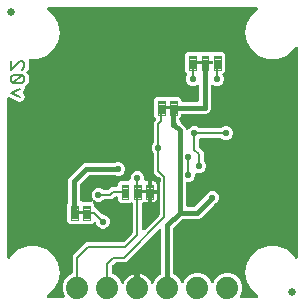
<source format=gbl>
G04 EAGLE Gerber RS-274X export*
G75*
%MOMM*%
%FSLAX34Y34*%
%LPD*%
%INBottom Copper*%
%IPPOS*%
%AMOC8*
5,1,8,0,0,1.08239X$1,22.5*%
G01*
%ADD10C,0.203200*%
%ADD11C,0.635000*%
%ADD12C,0.099059*%
%ADD13C,1.879600*%
%ADD14C,0.558800*%
%ADD15C,0.406400*%
%ADD16C,0.554000*%

G36*
X51754Y4071D02*
X51754Y4071D01*
X51804Y4069D01*
X51911Y4091D01*
X52021Y4105D01*
X52067Y4123D01*
X52115Y4133D01*
X52214Y4181D01*
X52316Y4222D01*
X52356Y4251D01*
X52401Y4273D01*
X52485Y4344D01*
X52574Y4408D01*
X52605Y4447D01*
X52643Y4479D01*
X52706Y4569D01*
X52776Y4653D01*
X52798Y4698D01*
X52826Y4739D01*
X52865Y4842D01*
X52912Y4941D01*
X52921Y4990D01*
X52939Y5036D01*
X52951Y5146D01*
X52972Y5253D01*
X52969Y5303D01*
X52974Y5352D01*
X52959Y5461D01*
X52952Y5571D01*
X52937Y5618D01*
X52930Y5667D01*
X52878Y5820D01*
X51053Y10224D01*
X51053Y15176D01*
X52948Y19750D01*
X56450Y23252D01*
X58652Y24164D01*
X58677Y24179D01*
X58705Y24188D01*
X58815Y24257D01*
X58928Y24322D01*
X58949Y24342D01*
X58974Y24358D01*
X59063Y24452D01*
X59156Y24543D01*
X59172Y24568D01*
X59192Y24590D01*
X59255Y24703D01*
X59323Y24814D01*
X59331Y24842D01*
X59346Y24868D01*
X59378Y24994D01*
X59416Y25118D01*
X59418Y25147D01*
X59425Y25176D01*
X59435Y25337D01*
X59435Y39784D01*
X70706Y51055D01*
X101931Y51055D01*
X102029Y51067D01*
X102128Y51070D01*
X102186Y51087D01*
X102246Y51095D01*
X102338Y51131D01*
X102433Y51159D01*
X102486Y51189D01*
X102542Y51212D01*
X102622Y51270D01*
X102707Y51320D01*
X102783Y51386D01*
X102799Y51398D01*
X102807Y51408D01*
X102828Y51426D01*
X109864Y58462D01*
X109924Y58540D01*
X109992Y58612D01*
X110021Y58665D01*
X110058Y58713D01*
X110098Y58804D01*
X110146Y58891D01*
X110161Y58949D01*
X110185Y59005D01*
X110200Y59103D01*
X110225Y59199D01*
X110231Y59299D01*
X110235Y59319D01*
X110233Y59331D01*
X110235Y59359D01*
X110235Y83592D01*
X110218Y83729D01*
X110205Y83868D01*
X110198Y83887D01*
X110195Y83907D01*
X110144Y84036D01*
X110097Y84167D01*
X110086Y84184D01*
X110078Y84203D01*
X109997Y84315D01*
X109919Y84430D01*
X109903Y84444D01*
X109892Y84460D01*
X109784Y84549D01*
X109680Y84641D01*
X109662Y84650D01*
X109647Y84663D01*
X109521Y84722D01*
X109397Y84785D01*
X109377Y84790D01*
X109359Y84799D01*
X109223Y84825D01*
X109087Y84855D01*
X109066Y84854D01*
X109047Y84858D01*
X108908Y84850D01*
X108769Y84845D01*
X108749Y84840D01*
X108729Y84839D01*
X108597Y84796D01*
X108463Y84757D01*
X108446Y84747D01*
X108427Y84741D01*
X108309Y84666D01*
X108189Y84595D01*
X108173Y84581D01*
X99611Y84581D01*
X97535Y86657D01*
X97535Y88646D01*
X97520Y88764D01*
X97513Y88883D01*
X97500Y88921D01*
X97495Y88962D01*
X97452Y89072D01*
X97415Y89185D01*
X97393Y89220D01*
X97378Y89257D01*
X97309Y89353D01*
X97245Y89454D01*
X97215Y89482D01*
X97192Y89515D01*
X97100Y89591D01*
X97013Y89672D01*
X96978Y89692D01*
X96947Y89717D01*
X96839Y89768D01*
X96735Y89826D01*
X96695Y89836D01*
X96659Y89853D01*
X96542Y89875D01*
X96427Y89905D01*
X96367Y89909D01*
X96347Y89913D01*
X96326Y89911D01*
X96266Y89915D01*
X96189Y89915D01*
X96091Y89903D01*
X95992Y89900D01*
X95934Y89883D01*
X95874Y89875D01*
X95782Y89839D01*
X95687Y89811D01*
X95635Y89781D01*
X95578Y89758D01*
X95498Y89700D01*
X95413Y89650D01*
X95337Y89584D01*
X95321Y89572D01*
X95313Y89562D01*
X95292Y89544D01*
X93124Y87375D01*
X86004Y87375D01*
X85906Y87363D01*
X85807Y87360D01*
X85748Y87343D01*
X85688Y87335D01*
X85596Y87299D01*
X85501Y87271D01*
X85449Y87241D01*
X85393Y87218D01*
X85313Y87160D01*
X85227Y87110D01*
X85152Y87044D01*
X85135Y87032D01*
X85128Y87022D01*
X85106Y87004D01*
X84590Y86487D01*
X82442Y85597D01*
X80118Y85597D01*
X78169Y86404D01*
X78102Y86423D01*
X78038Y86450D01*
X77949Y86465D01*
X77863Y86488D01*
X77793Y86489D01*
X77724Y86500D01*
X77635Y86492D01*
X77545Y86493D01*
X77477Y86477D01*
X77407Y86470D01*
X77323Y86440D01*
X77235Y86419D01*
X77174Y86386D01*
X77108Y86363D01*
X77034Y86312D01*
X76954Y86270D01*
X76903Y86223D01*
X76873Y86203D01*
X76925Y86313D01*
X76988Y86437D01*
X76993Y86457D01*
X77001Y86475D01*
X77027Y86611D01*
X77058Y86747D01*
X77057Y86768D01*
X77061Y86787D01*
X77052Y86926D01*
X77048Y87065D01*
X77042Y87085D01*
X77041Y87105D01*
X76998Y87237D01*
X76960Y87371D01*
X76949Y87388D01*
X76943Y87407D01*
X76869Y87525D01*
X76798Y87645D01*
X76779Y87666D01*
X76773Y87676D01*
X76758Y87690D01*
X76692Y87766D01*
X76327Y88130D01*
X75437Y90278D01*
X75437Y92602D01*
X76327Y94750D01*
X77970Y96393D01*
X80118Y97283D01*
X82442Y97283D01*
X84590Y96393D01*
X85106Y95876D01*
X85185Y95816D01*
X85257Y95748D01*
X85310Y95719D01*
X85358Y95682D01*
X85449Y95642D01*
X85535Y95594D01*
X85594Y95579D01*
X85650Y95555D01*
X85747Y95540D01*
X85843Y95515D01*
X85943Y95509D01*
X85964Y95505D01*
X85976Y95507D01*
X86004Y95505D01*
X89231Y95505D01*
X89329Y95517D01*
X89428Y95520D01*
X89486Y95537D01*
X89546Y95545D01*
X89638Y95581D01*
X89733Y95609D01*
X89785Y95639D01*
X89842Y95662D01*
X89922Y95720D01*
X90007Y95770D01*
X90083Y95836D01*
X90099Y95848D01*
X90107Y95858D01*
X90128Y95876D01*
X92296Y98045D01*
X96266Y98045D01*
X96384Y98060D01*
X96503Y98067D01*
X96541Y98080D01*
X96582Y98085D01*
X96692Y98128D01*
X96805Y98165D01*
X96840Y98187D01*
X96877Y98202D01*
X96973Y98271D01*
X97074Y98335D01*
X97102Y98365D01*
X97135Y98388D01*
X97211Y98480D01*
X97292Y98567D01*
X97312Y98602D01*
X97337Y98633D01*
X97388Y98741D01*
X97446Y98845D01*
X97456Y98885D01*
X97473Y98921D01*
X97495Y99038D01*
X97525Y99153D01*
X97529Y99213D01*
X97533Y99233D01*
X97531Y99254D01*
X97535Y99314D01*
X97535Y101303D01*
X99611Y103379D01*
X107188Y103379D01*
X107306Y103394D01*
X107425Y103401D01*
X107463Y103414D01*
X107504Y103419D01*
X107614Y103462D01*
X107727Y103499D01*
X107762Y103521D01*
X107799Y103536D01*
X107895Y103605D01*
X107996Y103669D01*
X108024Y103699D01*
X108057Y103722D01*
X108133Y103814D01*
X108214Y103901D01*
X108234Y103936D01*
X108259Y103967D01*
X108310Y104075D01*
X108368Y104179D01*
X108378Y104219D01*
X108395Y104255D01*
X108417Y104372D01*
X108447Y104487D01*
X108451Y104547D01*
X108455Y104567D01*
X108453Y104588D01*
X108457Y104648D01*
X108457Y106572D01*
X109347Y108720D01*
X110990Y110363D01*
X113138Y111253D01*
X115462Y111253D01*
X117610Y110363D01*
X119253Y108720D01*
X120143Y106572D01*
X120143Y104140D01*
X120158Y104022D01*
X120165Y103903D01*
X120178Y103865D01*
X120183Y103824D01*
X120226Y103714D01*
X120263Y103601D01*
X120285Y103566D01*
X120300Y103529D01*
X120369Y103433D01*
X120433Y103332D01*
X120463Y103304D01*
X120486Y103271D01*
X120578Y103195D01*
X120665Y103114D01*
X120700Y103094D01*
X120731Y103069D01*
X120839Y103018D01*
X120943Y102960D01*
X120983Y102950D01*
X121019Y102933D01*
X121136Y102911D01*
X121251Y102881D01*
X121311Y102877D01*
X121331Y102873D01*
X121352Y102875D01*
X121412Y102871D01*
X123064Y102871D01*
X123064Y98462D01*
X123076Y98364D01*
X123079Y98265D01*
X123096Y98206D01*
X123104Y98146D01*
X123140Y98054D01*
X123167Y97959D01*
X123198Y97907D01*
X123221Y97851D01*
X123279Y97771D01*
X123329Y97685D01*
X123395Y97610D01*
X123407Y97593D01*
X123417Y97585D01*
X123435Y97564D01*
X124198Y96802D01*
X124307Y96717D01*
X124414Y96628D01*
X124433Y96620D01*
X124449Y96607D01*
X124577Y96552D01*
X124702Y96493D01*
X124722Y96489D01*
X124741Y96481D01*
X124879Y96459D01*
X125015Y96433D01*
X125035Y96434D01*
X125055Y96431D01*
X125194Y96444D01*
X125332Y96453D01*
X125351Y96459D01*
X125371Y96461D01*
X125502Y96508D01*
X125634Y96551D01*
X125652Y96562D01*
X125671Y96569D01*
X125785Y96647D01*
X125903Y96721D01*
X125917Y96736D01*
X125934Y96747D01*
X126026Y96851D01*
X126121Y96953D01*
X126131Y96970D01*
X126144Y96986D01*
X126207Y97109D01*
X126275Y97231D01*
X126280Y97251D01*
X126289Y97269D01*
X126319Y97405D01*
X126354Y97539D01*
X126356Y97567D01*
X126359Y97579D01*
X126358Y97600D01*
X126364Y97700D01*
X126364Y102871D01*
X127920Y102871D01*
X128693Y102664D01*
X129385Y102264D01*
X129950Y101699D01*
X130350Y101007D01*
X130557Y100234D01*
X130557Y95630D01*
X125730Y95630D01*
X125612Y95615D01*
X125493Y95608D01*
X125455Y95595D01*
X125414Y95590D01*
X125304Y95547D01*
X125191Y95510D01*
X125156Y95488D01*
X125119Y95473D01*
X125023Y95404D01*
X124922Y95340D01*
X124894Y95310D01*
X124861Y95287D01*
X124785Y95195D01*
X124704Y95108D01*
X124684Y95073D01*
X124659Y95042D01*
X124608Y94934D01*
X124550Y94830D01*
X124540Y94790D01*
X124523Y94754D01*
X124501Y94637D01*
X124471Y94522D01*
X124467Y94462D01*
X124463Y94442D01*
X124465Y94421D01*
X124461Y94361D01*
X124461Y93599D01*
X124476Y93481D01*
X124483Y93362D01*
X124496Y93324D01*
X124501Y93283D01*
X124544Y93173D01*
X124581Y93060D01*
X124603Y93025D01*
X124618Y92988D01*
X124687Y92891D01*
X124751Y92791D01*
X124781Y92763D01*
X124804Y92730D01*
X124896Y92654D01*
X124983Y92573D01*
X125018Y92553D01*
X125049Y92528D01*
X125157Y92477D01*
X125261Y92419D01*
X125301Y92409D01*
X125337Y92392D01*
X125454Y92370D01*
X125569Y92340D01*
X125629Y92336D01*
X125649Y92332D01*
X125670Y92334D01*
X125730Y92330D01*
X130557Y92330D01*
X130557Y87726D01*
X130350Y86953D01*
X129950Y86261D01*
X129385Y85696D01*
X128693Y85296D01*
X127920Y85089D01*
X126364Y85089D01*
X126364Y90260D01*
X126347Y90398D01*
X126334Y90537D01*
X126327Y90556D01*
X126324Y90576D01*
X126273Y90705D01*
X126226Y90836D01*
X126215Y90853D01*
X126207Y90871D01*
X126126Y90984D01*
X126048Y91099D01*
X126032Y91112D01*
X126021Y91129D01*
X125913Y91218D01*
X125809Y91309D01*
X125791Y91319D01*
X125776Y91332D01*
X125650Y91391D01*
X125526Y91454D01*
X125506Y91458D01*
X125488Y91467D01*
X125351Y91493D01*
X125216Y91524D01*
X125195Y91523D01*
X125176Y91527D01*
X125037Y91518D01*
X124898Y91514D01*
X124878Y91508D01*
X124858Y91507D01*
X124726Y91464D01*
X124592Y91426D01*
X124575Y91415D01*
X124556Y91409D01*
X124438Y91335D01*
X124318Y91264D01*
X124297Y91245D01*
X124287Y91239D01*
X124273Y91224D01*
X124198Y91158D01*
X123435Y90396D01*
X123375Y90317D01*
X123307Y90245D01*
X123278Y90192D01*
X123241Y90144D01*
X123201Y90053D01*
X123153Y89967D01*
X123138Y89908D01*
X123114Y89852D01*
X123099Y89755D01*
X123074Y89659D01*
X123068Y89559D01*
X123064Y89538D01*
X123065Y89526D01*
X123064Y89498D01*
X123064Y85089D01*
X121508Y85089D01*
X120735Y85296D01*
X120662Y85338D01*
X120559Y85382D01*
X120459Y85433D01*
X120413Y85443D01*
X120369Y85462D01*
X120258Y85478D01*
X120148Y85503D01*
X120101Y85501D01*
X120054Y85508D01*
X119943Y85496D01*
X119830Y85493D01*
X119785Y85480D01*
X119738Y85475D01*
X119633Y85436D01*
X119525Y85405D01*
X119484Y85381D01*
X119440Y85364D01*
X119348Y85300D01*
X119251Y85243D01*
X119196Y85195D01*
X119179Y85183D01*
X119167Y85169D01*
X119130Y85137D01*
X118736Y84743D01*
X118676Y84665D01*
X118608Y84593D01*
X118579Y84540D01*
X118542Y84492D01*
X118502Y84401D01*
X118454Y84314D01*
X118439Y84256D01*
X118415Y84200D01*
X118400Y84102D01*
X118375Y84006D01*
X118369Y83906D01*
X118365Y83886D01*
X118367Y83874D01*
X118365Y83846D01*
X118365Y62407D01*
X118382Y62270D01*
X118386Y62225D01*
X118387Y62213D01*
X118388Y62212D01*
X118395Y62131D01*
X118402Y62112D01*
X118405Y62092D01*
X118456Y61963D01*
X118503Y61832D01*
X118514Y61815D01*
X118522Y61796D01*
X118603Y61684D01*
X118681Y61569D01*
X118697Y61555D01*
X118708Y61539D01*
X118816Y61450D01*
X118920Y61358D01*
X118938Y61349D01*
X118953Y61336D01*
X119079Y61277D01*
X119203Y61214D01*
X119223Y61209D01*
X119241Y61200D01*
X119377Y61174D01*
X119513Y61144D01*
X119534Y61144D01*
X119553Y61141D01*
X119692Y61149D01*
X119831Y61154D01*
X119851Y61159D01*
X119871Y61160D01*
X120003Y61203D01*
X120137Y61242D01*
X120154Y61252D01*
X120173Y61258D01*
X120291Y61333D01*
X120411Y61403D01*
X120432Y61422D01*
X120442Y61429D01*
X120456Y61444D01*
X120531Y61510D01*
X132724Y73702D01*
X132784Y73780D01*
X132852Y73852D01*
X132881Y73905D01*
X132918Y73953D01*
X132958Y74044D01*
X133006Y74131D01*
X133021Y74189D01*
X133045Y74245D01*
X133060Y74343D01*
X133085Y74439D01*
X133091Y74539D01*
X133095Y74559D01*
X133093Y74571D01*
X133095Y74599D01*
X133095Y104471D01*
X133083Y104569D01*
X133080Y104668D01*
X133063Y104726D01*
X133055Y104786D01*
X133019Y104878D01*
X132991Y104973D01*
X132961Y105025D01*
X132938Y105082D01*
X132880Y105162D01*
X132830Y105247D01*
X132764Y105323D01*
X132752Y105339D01*
X132742Y105347D01*
X132724Y105368D01*
X128015Y110076D01*
X128015Y126086D01*
X128003Y126184D01*
X128000Y126283D01*
X127983Y126342D01*
X127975Y126402D01*
X127939Y126494D01*
X127911Y126589D01*
X127881Y126641D01*
X127858Y126697D01*
X127800Y126777D01*
X127750Y126863D01*
X127684Y126938D01*
X127672Y126955D01*
X127662Y126962D01*
X127644Y126984D01*
X127127Y127500D01*
X126237Y129648D01*
X126237Y131972D01*
X127127Y134120D01*
X127644Y134636D01*
X127704Y134715D01*
X127772Y134787D01*
X127801Y134840D01*
X127838Y134888D01*
X127878Y134979D01*
X127926Y135065D01*
X127941Y135124D01*
X127965Y135180D01*
X127980Y135277D01*
X128005Y135373D01*
X128011Y135473D01*
X128015Y135494D01*
X128013Y135506D01*
X128015Y135534D01*
X128015Y152814D01*
X129663Y154461D01*
X129736Y154556D01*
X129815Y154645D01*
X129833Y154681D01*
X129858Y154713D01*
X129905Y154822D01*
X129959Y154928D01*
X129968Y154967D01*
X129984Y155005D01*
X130003Y155122D01*
X130029Y155238D01*
X130028Y155279D01*
X130034Y155319D01*
X130023Y155437D01*
X130019Y155556D01*
X130008Y155595D01*
X130004Y155635D01*
X129964Y155747D01*
X129931Y155862D01*
X129911Y155896D01*
X129897Y155935D01*
X129830Y156033D01*
X129769Y156136D01*
X129730Y156181D01*
X129718Y156198D01*
X129703Y156211D01*
X129663Y156256D01*
X128142Y157777D01*
X128142Y172423D01*
X130218Y174499D01*
X138768Y174499D01*
X138803Y174464D01*
X138897Y174391D01*
X138986Y174312D01*
X139022Y174294D01*
X139054Y174269D01*
X139163Y174222D01*
X139269Y174168D01*
X139309Y174159D01*
X139346Y174143D01*
X139463Y174124D01*
X139579Y174098D01*
X139620Y174099D01*
X139660Y174093D01*
X139779Y174104D01*
X139897Y174108D01*
X139936Y174119D01*
X139976Y174123D01*
X140088Y174163D01*
X140203Y174196D01*
X140238Y174217D01*
X140276Y174230D01*
X140374Y174297D01*
X140477Y174358D01*
X140522Y174397D01*
X140539Y174409D01*
X140552Y174424D01*
X140598Y174464D01*
X140632Y174499D01*
X149182Y174499D01*
X151258Y172423D01*
X151258Y171450D01*
X151273Y171332D01*
X151280Y171213D01*
X151293Y171175D01*
X151298Y171134D01*
X151341Y171024D01*
X151378Y170911D01*
X151400Y170876D01*
X151415Y170839D01*
X151484Y170743D01*
X151548Y170642D01*
X151578Y170614D01*
X151601Y170581D01*
X151693Y170505D01*
X151780Y170424D01*
X151815Y170404D01*
X151846Y170379D01*
X151954Y170328D01*
X152058Y170270D01*
X152098Y170260D01*
X152134Y170243D01*
X152251Y170221D01*
X152366Y170191D01*
X152426Y170187D01*
X152446Y170183D01*
X152467Y170185D01*
X152527Y170181D01*
X165100Y170181D01*
X165218Y170196D01*
X165337Y170203D01*
X165375Y170216D01*
X165416Y170221D01*
X165526Y170264D01*
X165639Y170301D01*
X165674Y170323D01*
X165711Y170338D01*
X165807Y170407D01*
X165908Y170471D01*
X165936Y170501D01*
X165969Y170524D01*
X166045Y170616D01*
X166126Y170703D01*
X166146Y170738D01*
X166171Y170769D01*
X166222Y170877D01*
X166280Y170981D01*
X166290Y171021D01*
X166307Y171057D01*
X166329Y171174D01*
X166359Y171289D01*
X166363Y171349D01*
X166367Y171369D01*
X166365Y171390D01*
X166369Y171450D01*
X166369Y183110D01*
X166363Y183160D01*
X166365Y183209D01*
X166343Y183317D01*
X166329Y183426D01*
X166311Y183472D01*
X166301Y183521D01*
X166253Y183619D01*
X166212Y183721D01*
X166183Y183762D01*
X166161Y183806D01*
X166090Y183890D01*
X166026Y183979D01*
X165987Y184010D01*
X165955Y184048D01*
X165865Y184111D01*
X165781Y184182D01*
X165736Y184203D01*
X165695Y184231D01*
X165592Y184270D01*
X165493Y184317D01*
X165444Y184326D01*
X165398Y184344D01*
X165288Y184356D01*
X165181Y184377D01*
X165131Y184374D01*
X165082Y184379D01*
X164973Y184364D01*
X164863Y184357D01*
X164816Y184342D01*
X164767Y184335D01*
X164614Y184283D01*
X162452Y183387D01*
X160128Y183387D01*
X157980Y184277D01*
X156337Y185920D01*
X155447Y188068D01*
X155447Y190392D01*
X156351Y192573D01*
X156355Y192579D01*
X156434Y192669D01*
X156452Y192705D01*
X156477Y192737D01*
X156525Y192846D01*
X156579Y192952D01*
X156588Y192991D01*
X156604Y193028D01*
X156622Y193146D01*
X156648Y193262D01*
X156647Y193302D01*
X156653Y193342D01*
X156642Y193461D01*
X156639Y193580D01*
X156627Y193619D01*
X156624Y193659D01*
X156583Y193771D01*
X156550Y193885D01*
X156530Y193920D01*
X156516Y193958D01*
X156449Y194057D01*
X156389Y194159D01*
X156349Y194205D01*
X156337Y194221D01*
X156322Y194235D01*
X156282Y194280D01*
X154685Y195877D01*
X154685Y210523D01*
X156761Y212599D01*
X165311Y212599D01*
X165345Y212564D01*
X165434Y212495D01*
X165466Y212465D01*
X165474Y212461D01*
X165529Y212412D01*
X165565Y212394D01*
X165597Y212369D01*
X165706Y212322D01*
X165812Y212268D01*
X165852Y212259D01*
X165889Y212243D01*
X166006Y212224D01*
X166122Y212198D01*
X166163Y212199D01*
X166203Y212193D01*
X166321Y212204D01*
X166440Y212208D01*
X166479Y212219D01*
X166519Y212223D01*
X166632Y212263D01*
X166746Y212296D01*
X166780Y212316D01*
X166819Y212330D01*
X166917Y212397D01*
X167020Y212458D01*
X167065Y212497D01*
X167082Y212509D01*
X167095Y212524D01*
X167140Y212564D01*
X167175Y212599D01*
X175725Y212599D01*
X175759Y212564D01*
X175848Y212495D01*
X175880Y212465D01*
X175888Y212461D01*
X175943Y212412D01*
X175979Y212394D01*
X176011Y212369D01*
X176120Y212322D01*
X176226Y212268D01*
X176266Y212259D01*
X176303Y212243D01*
X176420Y212224D01*
X176536Y212198D01*
X176577Y212199D01*
X176617Y212193D01*
X176735Y212204D01*
X176854Y212208D01*
X176893Y212219D01*
X176933Y212223D01*
X177046Y212263D01*
X177160Y212296D01*
X177194Y212316D01*
X177233Y212330D01*
X177331Y212397D01*
X177434Y212458D01*
X177479Y212497D01*
X177496Y212509D01*
X177509Y212524D01*
X177554Y212564D01*
X177589Y212599D01*
X186139Y212599D01*
X188215Y210523D01*
X188215Y195877D01*
X186618Y194280D01*
X186545Y194186D01*
X186466Y194097D01*
X186448Y194061D01*
X186423Y194029D01*
X186375Y193920D01*
X186321Y193814D01*
X186312Y193774D01*
X186296Y193737D01*
X186278Y193619D01*
X186252Y193503D01*
X186253Y193463D01*
X186247Y193423D01*
X186258Y193304D01*
X186261Y193186D01*
X186273Y193147D01*
X186276Y193106D01*
X186317Y192994D01*
X186350Y192880D01*
X186370Y192845D01*
X186384Y192807D01*
X186451Y192709D01*
X186511Y192606D01*
X186551Y192561D01*
X186560Y192548D01*
X187453Y190392D01*
X187453Y188068D01*
X186563Y185920D01*
X184920Y184277D01*
X182772Y183387D01*
X180448Y183387D01*
X178286Y184283D01*
X178238Y184296D01*
X178193Y184317D01*
X178085Y184338D01*
X177979Y184367D01*
X177929Y184368D01*
X177880Y184377D01*
X177771Y184370D01*
X177661Y184372D01*
X177613Y184360D01*
X177563Y184357D01*
X177459Y184323D01*
X177352Y184298D01*
X177308Y184274D01*
X177261Y184259D01*
X177168Y184200D01*
X177071Y184149D01*
X177034Y184116D01*
X176992Y184089D01*
X176917Y184009D01*
X176835Y183935D01*
X176808Y183894D01*
X176774Y183857D01*
X176721Y183761D01*
X176661Y183669D01*
X176644Y183622D01*
X176620Y183579D01*
X176593Y183473D01*
X176557Y183369D01*
X176553Y183319D01*
X176541Y183271D01*
X176531Y183110D01*
X176531Y164089D01*
X175757Y162222D01*
X174328Y160793D01*
X172461Y160019D01*
X152527Y160019D01*
X152409Y160004D01*
X152290Y159997D01*
X152252Y159984D01*
X152211Y159979D01*
X152101Y159936D01*
X151988Y159899D01*
X151953Y159877D01*
X151916Y159862D01*
X151820Y159793D01*
X151719Y159729D01*
X151691Y159699D01*
X151658Y159676D01*
X151582Y159584D01*
X151501Y159497D01*
X151481Y159462D01*
X151456Y159431D01*
X151405Y159323D01*
X151347Y159219D01*
X151337Y159179D01*
X151320Y159143D01*
X151298Y159026D01*
X151268Y158911D01*
X151264Y158851D01*
X151260Y158831D01*
X151262Y158810D01*
X151258Y158750D01*
X151258Y157777D01*
X150232Y156752D01*
X150172Y156674D01*
X150104Y156602D01*
X150075Y156549D01*
X150038Y156501D01*
X149998Y156410D01*
X149950Y156323D01*
X149935Y156265D01*
X149911Y156209D01*
X149896Y156111D01*
X149871Y156015D01*
X149865Y155915D01*
X149861Y155895D01*
X149863Y155883D01*
X149861Y155855D01*
X149861Y154838D01*
X149873Y154740D01*
X149876Y154641D01*
X149893Y154582D01*
X149901Y154522D01*
X149937Y154430D01*
X149965Y154335D01*
X149995Y154283D01*
X150018Y154227D01*
X150076Y154147D01*
X150126Y154061D01*
X150192Y153986D01*
X150204Y153969D01*
X150214Y153962D01*
X150232Y153940D01*
X150368Y153805D01*
X151034Y152198D01*
X151038Y152190D01*
X151041Y152181D01*
X151116Y152053D01*
X151191Y151922D01*
X151198Y151915D01*
X151202Y151907D01*
X151309Y151786D01*
X154421Y148674D01*
X155225Y146733D01*
X155294Y146612D01*
X155359Y146489D01*
X155373Y146474D01*
X155383Y146456D01*
X155480Y146356D01*
X155573Y146253D01*
X155590Y146242D01*
X155604Y146228D01*
X155722Y146155D01*
X155839Y146079D01*
X155858Y146072D01*
X155875Y146062D01*
X156008Y146021D01*
X156140Y145976D01*
X156160Y145974D01*
X156179Y145968D01*
X156319Y145961D01*
X156457Y145950D01*
X156477Y145954D01*
X156497Y145953D01*
X156634Y145981D01*
X156770Y146005D01*
X156788Y146013D01*
X156808Y146017D01*
X156934Y146078D01*
X157060Y146135D01*
X157076Y146148D01*
X157094Y146157D01*
X157200Y146247D01*
X157309Y146334D01*
X157321Y146350D01*
X157336Y146363D01*
X157416Y146477D01*
X157500Y146588D01*
X157512Y146613D01*
X157519Y146623D01*
X157526Y146642D01*
X157571Y146733D01*
X157607Y146820D01*
X159250Y148463D01*
X161398Y149353D01*
X163722Y149353D01*
X165870Y148463D01*
X166386Y147946D01*
X166465Y147886D01*
X166537Y147818D01*
X166590Y147789D01*
X166638Y147752D01*
X166729Y147712D01*
X166815Y147664D01*
X166874Y147649D01*
X166930Y147625D01*
X167027Y147610D01*
X167123Y147585D01*
X167223Y147579D01*
X167244Y147575D01*
X167256Y147577D01*
X167284Y147575D01*
X184506Y147575D01*
X184604Y147587D01*
X184703Y147590D01*
X184762Y147607D01*
X184822Y147615D01*
X184914Y147651D01*
X185009Y147679D01*
X185061Y147709D01*
X185117Y147732D01*
X185197Y147790D01*
X185283Y147840D01*
X185358Y147906D01*
X185375Y147918D01*
X185382Y147928D01*
X185404Y147946D01*
X185920Y148463D01*
X188068Y149353D01*
X190392Y149353D01*
X192540Y148463D01*
X194183Y146820D01*
X195073Y144672D01*
X195073Y142348D01*
X194183Y140200D01*
X192540Y138557D01*
X190392Y137667D01*
X188068Y137667D01*
X185920Y138557D01*
X185404Y139074D01*
X185325Y139134D01*
X185253Y139202D01*
X185200Y139231D01*
X185152Y139268D01*
X185061Y139308D01*
X184975Y139356D01*
X184916Y139371D01*
X184860Y139395D01*
X184763Y139410D01*
X184667Y139435D01*
X184567Y139441D01*
X184546Y139445D01*
X184534Y139443D01*
X184506Y139445D01*
X167894Y139445D01*
X167776Y139430D01*
X167657Y139423D01*
X167619Y139410D01*
X167578Y139405D01*
X167468Y139362D01*
X167355Y139325D01*
X167320Y139303D01*
X167283Y139288D01*
X167187Y139219D01*
X167086Y139155D01*
X167058Y139125D01*
X167025Y139102D01*
X166949Y139010D01*
X166868Y138923D01*
X166848Y138888D01*
X166823Y138857D01*
X166772Y138749D01*
X166714Y138645D01*
X166704Y138605D01*
X166687Y138569D01*
X166665Y138452D01*
X166635Y138337D01*
X166631Y138277D01*
X166627Y138257D01*
X166629Y138236D01*
X166625Y138176D01*
X166625Y131749D01*
X166637Y131651D01*
X166640Y131552D01*
X166657Y131494D01*
X166665Y131434D01*
X166701Y131342D01*
X166729Y131247D01*
X166759Y131194D01*
X166782Y131138D01*
X166840Y131058D01*
X166890Y130973D01*
X166956Y130897D01*
X166968Y130881D01*
X166978Y130873D01*
X166996Y130852D01*
X167682Y130166D01*
X170435Y127414D01*
X170435Y120294D01*
X170447Y120196D01*
X170450Y120097D01*
X170467Y120038D01*
X170475Y119978D01*
X170511Y119886D01*
X170539Y119791D01*
X170569Y119739D01*
X170592Y119683D01*
X170650Y119603D01*
X170700Y119517D01*
X170766Y119442D01*
X170778Y119425D01*
X170788Y119418D01*
X170806Y119396D01*
X171323Y118880D01*
X172213Y116732D01*
X172213Y114408D01*
X171323Y112260D01*
X169680Y110617D01*
X167532Y109727D01*
X165208Y109727D01*
X165078Y109781D01*
X165030Y109794D01*
X164985Y109815D01*
X164877Y109836D01*
X164771Y109865D01*
X164721Y109866D01*
X164672Y109875D01*
X164563Y109868D01*
X164453Y109870D01*
X164405Y109859D01*
X164355Y109855D01*
X164251Y109822D01*
X164144Y109796D01*
X164100Y109773D01*
X164053Y109757D01*
X163960Y109699D01*
X163863Y109647D01*
X163826Y109614D01*
X163784Y109587D01*
X163709Y109507D01*
X163627Y109433D01*
X163600Y109392D01*
X163566Y109356D01*
X163513Y109259D01*
X163453Y109168D01*
X163436Y109121D01*
X163412Y109077D01*
X163385Y108971D01*
X163349Y108867D01*
X163345Y108817D01*
X163333Y108769D01*
X163323Y108609D01*
X163323Y106788D01*
X162433Y104640D01*
X160790Y102997D01*
X158642Y102107D01*
X156464Y102107D01*
X156346Y102092D01*
X156227Y102085D01*
X156189Y102072D01*
X156148Y102067D01*
X156038Y102024D01*
X155925Y101987D01*
X155890Y101965D01*
X155853Y101950D01*
X155757Y101881D01*
X155656Y101817D01*
X155628Y101787D01*
X155595Y101764D01*
X155519Y101672D01*
X155438Y101585D01*
X155418Y101550D01*
X155393Y101519D01*
X155342Y101411D01*
X155284Y101307D01*
X155274Y101267D01*
X155257Y101231D01*
X155235Y101114D01*
X155205Y100999D01*
X155201Y100939D01*
X155197Y100919D01*
X155199Y100898D01*
X155195Y100838D01*
X155195Y82550D01*
X155210Y82432D01*
X155217Y82313D01*
X155230Y82275D01*
X155235Y82234D01*
X155278Y82124D01*
X155315Y82011D01*
X155337Y81976D01*
X155352Y81939D01*
X155421Y81843D01*
X155485Y81742D01*
X155515Y81714D01*
X155538Y81681D01*
X155630Y81605D01*
X155717Y81524D01*
X155752Y81504D01*
X155783Y81479D01*
X155891Y81428D01*
X155995Y81370D01*
X156035Y81360D01*
X156071Y81343D01*
X156188Y81321D01*
X156303Y81291D01*
X156363Y81287D01*
X156383Y81283D01*
X156404Y81285D01*
X156464Y81281D01*
X162470Y81281D01*
X162568Y81293D01*
X162667Y81296D01*
X162725Y81313D01*
X162785Y81321D01*
X162877Y81357D01*
X162972Y81385D01*
X163025Y81415D01*
X163081Y81438D01*
X163161Y81496D01*
X163246Y81546D01*
X163322Y81612D01*
X163338Y81624D01*
X163346Y81634D01*
X163367Y81652D01*
X171906Y90191D01*
X171912Y90199D01*
X171919Y90205D01*
X172009Y90324D01*
X172101Y90443D01*
X172105Y90451D01*
X172110Y90459D01*
X172181Y90603D01*
X172847Y92210D01*
X174490Y93853D01*
X176638Y94743D01*
X178962Y94743D01*
X181110Y93853D01*
X182753Y92210D01*
X183643Y90062D01*
X183643Y87738D01*
X182753Y85590D01*
X181110Y83947D01*
X179503Y83281D01*
X179495Y83277D01*
X179486Y83274D01*
X179358Y83199D01*
X179227Y83124D01*
X179220Y83117D01*
X179212Y83113D01*
X179091Y83006D01*
X169586Y73501D01*
X167978Y71893D01*
X166111Y71119D01*
X152744Y71119D01*
X152646Y71107D01*
X152547Y71104D01*
X152489Y71087D01*
X152429Y71079D01*
X152337Y71043D01*
X152242Y71015D01*
X152189Y70985D01*
X152133Y70962D01*
X152053Y70904D01*
X151968Y70854D01*
X151892Y70788D01*
X151876Y70776D01*
X151868Y70766D01*
X151847Y70748D01*
X145152Y64053D01*
X145092Y63975D01*
X145024Y63903D01*
X144995Y63850D01*
X144958Y63802D01*
X144918Y63711D01*
X144870Y63624D01*
X144855Y63566D01*
X144831Y63510D01*
X144816Y63412D01*
X144791Y63316D01*
X144785Y63216D01*
X144781Y63196D01*
X144783Y63184D01*
X144781Y63156D01*
X144781Y24916D01*
X144784Y24887D01*
X144782Y24857D01*
X144804Y24729D01*
X144821Y24600D01*
X144831Y24573D01*
X144836Y24544D01*
X144890Y24425D01*
X144938Y24305D01*
X144955Y24281D01*
X144967Y24254D01*
X145048Y24152D01*
X145124Y24047D01*
X145147Y24028D01*
X145166Y24005D01*
X145269Y23927D01*
X145369Y23844D01*
X145396Y23832D01*
X145420Y23814D01*
X145564Y23743D01*
X146750Y23252D01*
X150252Y19750D01*
X151227Y17395D01*
X151296Y17275D01*
X151361Y17152D01*
X151375Y17137D01*
X151385Y17119D01*
X151482Y17019D01*
X151575Y16916D01*
X151592Y16905D01*
X151606Y16891D01*
X151725Y16818D01*
X151841Y16742D01*
X151860Y16735D01*
X151877Y16724D01*
X152010Y16683D01*
X152142Y16638D01*
X152162Y16637D01*
X152181Y16631D01*
X152320Y16624D01*
X152459Y16613D01*
X152479Y16617D01*
X152499Y16616D01*
X152635Y16644D01*
X152772Y16668D01*
X152791Y16676D01*
X152810Y16680D01*
X152936Y16741D01*
X153062Y16798D01*
X153078Y16811D01*
X153096Y16820D01*
X153202Y16910D01*
X153310Y16997D01*
X153323Y17013D01*
X153338Y17026D01*
X153418Y17140D01*
X153502Y17251D01*
X153514Y17276D01*
X153521Y17286D01*
X153528Y17305D01*
X153573Y17395D01*
X154548Y19751D01*
X158050Y23252D01*
X162624Y25147D01*
X167576Y25147D01*
X172150Y23252D01*
X175652Y19750D01*
X176627Y17395D01*
X176696Y17275D01*
X176761Y17152D01*
X176775Y17137D01*
X176785Y17119D01*
X176882Y17019D01*
X176975Y16916D01*
X176992Y16905D01*
X177006Y16891D01*
X177125Y16818D01*
X177241Y16742D01*
X177260Y16735D01*
X177277Y16724D01*
X177410Y16683D01*
X177542Y16638D01*
X177562Y16637D01*
X177581Y16631D01*
X177720Y16624D01*
X177859Y16613D01*
X177879Y16617D01*
X177899Y16616D01*
X178035Y16644D01*
X178172Y16668D01*
X178191Y16676D01*
X178210Y16680D01*
X178336Y16741D01*
X178462Y16798D01*
X178478Y16811D01*
X178496Y16820D01*
X178602Y16910D01*
X178710Y16997D01*
X178723Y17013D01*
X178738Y17026D01*
X178818Y17140D01*
X178902Y17251D01*
X178914Y17276D01*
X178921Y17286D01*
X178928Y17305D01*
X178973Y17395D01*
X179948Y19751D01*
X183450Y23252D01*
X188024Y25147D01*
X192976Y25147D01*
X197550Y23252D01*
X201052Y19750D01*
X202947Y15176D01*
X202947Y10224D01*
X201122Y5820D01*
X201109Y5772D01*
X201088Y5727D01*
X201067Y5619D01*
X201038Y5513D01*
X201038Y5463D01*
X201028Y5414D01*
X201035Y5305D01*
X201033Y5195D01*
X201045Y5147D01*
X201048Y5097D01*
X201082Y4993D01*
X201107Y4886D01*
X201131Y4842D01*
X201146Y4795D01*
X201205Y4702D01*
X201256Y4605D01*
X201290Y4568D01*
X201316Y4526D01*
X201396Y4451D01*
X201470Y4369D01*
X201512Y4342D01*
X201548Y4308D01*
X201644Y4255D01*
X201736Y4195D01*
X201783Y4178D01*
X201826Y4154D01*
X201933Y4127D01*
X202037Y4091D01*
X202086Y4087D01*
X202134Y4075D01*
X202295Y4065D01*
X215369Y4065D01*
X215405Y4069D01*
X215440Y4067D01*
X215562Y4089D01*
X215685Y4105D01*
X215718Y4118D01*
X215753Y4124D01*
X215865Y4176D01*
X215981Y4222D01*
X216009Y4242D01*
X216041Y4257D01*
X216138Y4336D01*
X216238Y4408D01*
X216261Y4436D01*
X216288Y4458D01*
X216361Y4558D01*
X216441Y4653D01*
X216456Y4685D01*
X216477Y4714D01*
X216523Y4829D01*
X216576Y4941D01*
X216583Y4976D01*
X216596Y5009D01*
X216613Y5132D01*
X216636Y5253D01*
X216634Y5289D01*
X216639Y5324D01*
X216624Y5447D01*
X216616Y5571D01*
X216605Y5605D01*
X216601Y5640D01*
X216556Y5756D01*
X216518Y5873D01*
X216499Y5903D01*
X216487Y5936D01*
X216414Y6037D01*
X216348Y6142D01*
X216322Y6166D01*
X216302Y6195D01*
X216185Y6306D01*
X211015Y10644D01*
X207029Y17549D01*
X205645Y25400D01*
X207029Y33251D01*
X211015Y40155D01*
X217122Y45280D01*
X224614Y48007D01*
X232586Y48007D01*
X240078Y45280D01*
X246185Y40156D01*
X247567Y37762D01*
X247655Y37646D01*
X247740Y37528D01*
X247751Y37519D01*
X247759Y37509D01*
X247873Y37418D01*
X247985Y37325D01*
X247998Y37319D01*
X248008Y37311D01*
X248142Y37251D01*
X248273Y37190D01*
X248286Y37187D01*
X248299Y37182D01*
X248443Y37157D01*
X248586Y37130D01*
X248599Y37131D01*
X248612Y37128D01*
X248758Y37141D01*
X248903Y37150D01*
X248916Y37154D01*
X248929Y37155D01*
X249067Y37203D01*
X249205Y37248D01*
X249217Y37255D01*
X249230Y37259D01*
X249351Y37340D01*
X249474Y37418D01*
X249483Y37428D01*
X249495Y37435D01*
X249592Y37543D01*
X249692Y37649D01*
X249699Y37661D01*
X249708Y37671D01*
X249775Y37801D01*
X249846Y37928D01*
X249849Y37941D01*
X249855Y37953D01*
X249889Y38095D01*
X249925Y38236D01*
X249926Y38254D01*
X249928Y38263D01*
X249928Y38280D01*
X249935Y38397D01*
X249935Y215603D01*
X249917Y215748D01*
X249902Y215893D01*
X249897Y215906D01*
X249895Y215919D01*
X249842Y216054D01*
X249791Y216191D01*
X249783Y216202D01*
X249778Y216215D01*
X249693Y216332D01*
X249610Y216452D01*
X249599Y216461D01*
X249592Y216472D01*
X249480Y216565D01*
X249369Y216660D01*
X249357Y216666D01*
X249347Y216675D01*
X249215Y216737D01*
X249084Y216802D01*
X249071Y216805D01*
X249059Y216810D01*
X248917Y216838D01*
X248773Y216868D01*
X248760Y216868D01*
X248747Y216870D01*
X248602Y216861D01*
X248456Y216855D01*
X248442Y216851D01*
X248429Y216850D01*
X248291Y216806D01*
X248151Y216763D01*
X248139Y216756D01*
X248127Y216752D01*
X248004Y216675D01*
X247879Y216599D01*
X247869Y216589D01*
X247858Y216582D01*
X247758Y216476D01*
X247656Y216372D01*
X247646Y216357D01*
X247640Y216351D01*
X247632Y216336D01*
X247567Y216238D01*
X246185Y213845D01*
X240078Y208720D01*
X232586Y205993D01*
X224614Y205993D01*
X217122Y208720D01*
X211015Y213844D01*
X207029Y220749D01*
X205645Y228600D01*
X207029Y236451D01*
X211015Y243355D01*
X216185Y247694D01*
X216209Y247720D01*
X216238Y247740D01*
X216317Y247836D01*
X216401Y247927D01*
X216418Y247958D01*
X216441Y247985D01*
X216494Y248098D01*
X216553Y248207D01*
X216561Y248241D01*
X216576Y248273D01*
X216599Y248395D01*
X216630Y248515D01*
X216629Y248551D01*
X216636Y248586D01*
X216628Y248709D01*
X216627Y248833D01*
X216618Y248868D01*
X216616Y248903D01*
X216578Y249021D01*
X216546Y249141D01*
X216529Y249172D01*
X216518Y249205D01*
X216452Y249310D01*
X216391Y249419D01*
X216367Y249444D01*
X216348Y249474D01*
X216258Y249559D01*
X216172Y249649D01*
X216142Y249668D01*
X216116Y249692D01*
X216008Y249752D01*
X215903Y249818D01*
X215869Y249829D01*
X215838Y249846D01*
X215718Y249877D01*
X215600Y249914D01*
X215564Y249916D01*
X215530Y249925D01*
X215369Y249935D01*
X38631Y249935D01*
X38595Y249931D01*
X38560Y249933D01*
X38438Y249911D01*
X38315Y249895D01*
X38282Y249882D01*
X38247Y249876D01*
X38135Y249824D01*
X38019Y249778D01*
X37991Y249758D01*
X37959Y249743D01*
X37862Y249664D01*
X37762Y249592D01*
X37739Y249564D01*
X37712Y249542D01*
X37639Y249442D01*
X37559Y249347D01*
X37544Y249315D01*
X37523Y249286D01*
X37477Y249171D01*
X37424Y249059D01*
X37417Y249024D01*
X37404Y248991D01*
X37387Y248868D01*
X37364Y248747D01*
X37366Y248711D01*
X37361Y248676D01*
X37376Y248553D01*
X37384Y248429D01*
X37395Y248395D01*
X37399Y248360D01*
X37444Y248244D01*
X37482Y248127D01*
X37501Y248097D01*
X37513Y248064D01*
X37586Y247963D01*
X37652Y247858D01*
X37678Y247834D01*
X37698Y247805D01*
X37815Y247694D01*
X42985Y243356D01*
X46971Y236451D01*
X48355Y228600D01*
X46971Y220749D01*
X42985Y213845D01*
X36878Y208720D01*
X29386Y205993D01*
X23377Y205993D01*
X23259Y205978D01*
X23140Y205971D01*
X23102Y205958D01*
X23062Y205953D01*
X22951Y205910D01*
X22838Y205873D01*
X22803Y205851D01*
X22766Y205836D01*
X22670Y205767D01*
X22569Y205703D01*
X22541Y205673D01*
X22509Y205650D01*
X22433Y205558D01*
X22351Y205471D01*
X22332Y205436D01*
X22306Y205405D01*
X22255Y205297D01*
X22198Y205193D01*
X22187Y205153D01*
X22170Y205117D01*
X22148Y205000D01*
X22118Y204885D01*
X22114Y204825D01*
X22110Y204805D01*
X22112Y204784D01*
X22108Y204724D01*
X22108Y201352D01*
X22108Y200493D01*
X22108Y200492D01*
X22108Y197459D01*
X20622Y195972D01*
X20548Y195878D01*
X20470Y195789D01*
X20451Y195753D01*
X20427Y195721D01*
X20379Y195612D01*
X20325Y195506D01*
X20316Y195467D01*
X20300Y195429D01*
X20282Y195311D01*
X20256Y195196D01*
X20257Y195155D01*
X20250Y195115D01*
X20262Y194997D01*
X20265Y194878D01*
X20276Y194839D01*
X20280Y194799D01*
X20321Y194687D01*
X20354Y194572D01*
X20374Y194537D01*
X20388Y194499D01*
X20455Y194401D01*
X20515Y194298D01*
X20555Y194253D01*
X20566Y194236D01*
X20582Y194223D01*
X20622Y194177D01*
X22108Y192691D01*
X22108Y189658D01*
X22108Y189251D01*
X22108Y188799D01*
X22108Y188798D01*
X22108Y185765D01*
X19355Y183012D01*
X19145Y182802D01*
X19099Y182743D01*
X19046Y182690D01*
X19002Y182618D01*
X18950Y182550D01*
X18920Y182482D01*
X18882Y182418D01*
X18857Y182337D01*
X18823Y182259D01*
X18812Y182185D01*
X18790Y182113D01*
X18787Y182028D01*
X18774Y181944D01*
X18780Y181870D01*
X18777Y181796D01*
X18795Y181712D01*
X18803Y181628D01*
X18828Y181558D01*
X18844Y181485D01*
X18875Y181412D01*
X17716Y177935D01*
X17714Y177926D01*
X17711Y177918D01*
X17684Y177772D01*
X17654Y177623D01*
X17655Y177614D01*
X17653Y177606D01*
X17663Y177456D01*
X17672Y177306D01*
X17674Y177297D01*
X17675Y177288D01*
X17716Y177133D01*
X18873Y173663D01*
X17367Y170651D01*
X14172Y169586D01*
X5902Y173722D01*
X5812Y173753D01*
X5727Y173793D01*
X5663Y173806D01*
X5602Y173827D01*
X5507Y173835D01*
X5414Y173853D01*
X5350Y173849D01*
X5285Y173855D01*
X5191Y173839D01*
X5097Y173833D01*
X5035Y173813D01*
X4971Y173803D01*
X4884Y173765D01*
X4795Y173735D01*
X4740Y173701D01*
X4680Y173674D01*
X4606Y173616D01*
X4526Y173565D01*
X4481Y173518D01*
X4430Y173478D01*
X4373Y173403D01*
X4308Y173334D01*
X4277Y173277D01*
X4237Y173225D01*
X4200Y173138D01*
X4154Y173055D01*
X4138Y172992D01*
X4113Y172932D01*
X4099Y172839D01*
X4075Y172747D01*
X4068Y172636D01*
X4065Y172618D01*
X4066Y172608D01*
X4065Y172586D01*
X4065Y38397D01*
X4083Y38252D01*
X4098Y38107D01*
X4103Y38094D01*
X4105Y38081D01*
X4158Y37946D01*
X4209Y37809D01*
X4217Y37798D01*
X4222Y37785D01*
X4307Y37668D01*
X4390Y37548D01*
X4401Y37539D01*
X4408Y37528D01*
X4521Y37435D01*
X4631Y37340D01*
X4643Y37334D01*
X4653Y37325D01*
X4785Y37263D01*
X4916Y37198D01*
X4929Y37195D01*
X4941Y37190D01*
X5083Y37162D01*
X5227Y37132D01*
X5240Y37132D01*
X5253Y37130D01*
X5398Y37139D01*
X5544Y37145D01*
X5558Y37149D01*
X5571Y37150D01*
X5709Y37194D01*
X5849Y37237D01*
X5861Y37244D01*
X5873Y37248D01*
X5996Y37325D01*
X6121Y37401D01*
X6131Y37411D01*
X6142Y37418D01*
X6242Y37524D01*
X6344Y37628D01*
X6354Y37643D01*
X6360Y37649D01*
X6368Y37664D01*
X6433Y37762D01*
X7815Y40155D01*
X13922Y45280D01*
X21414Y48007D01*
X29386Y48007D01*
X36878Y45280D01*
X42985Y40156D01*
X46971Y33251D01*
X48355Y25400D01*
X46971Y17549D01*
X42985Y10645D01*
X37815Y6306D01*
X37791Y6280D01*
X37762Y6260D01*
X37683Y6164D01*
X37599Y6073D01*
X37582Y6042D01*
X37559Y6015D01*
X37506Y5902D01*
X37447Y5793D01*
X37439Y5759D01*
X37424Y5727D01*
X37401Y5605D01*
X37370Y5485D01*
X37371Y5449D01*
X37364Y5414D01*
X37372Y5291D01*
X37373Y5167D01*
X37382Y5132D01*
X37384Y5097D01*
X37422Y4979D01*
X37454Y4859D01*
X37471Y4828D01*
X37482Y4795D01*
X37548Y4690D01*
X37609Y4581D01*
X37633Y4556D01*
X37652Y4526D01*
X37742Y4441D01*
X37828Y4351D01*
X37858Y4332D01*
X37884Y4308D01*
X37992Y4248D01*
X38097Y4182D01*
X38131Y4171D01*
X38162Y4154D01*
X38282Y4123D01*
X38400Y4086D01*
X38436Y4084D01*
X38470Y4075D01*
X38631Y4065D01*
X51705Y4065D01*
X51754Y4071D01*
G37*
%LPC*%
G36*
X83928Y62737D02*
X83928Y62737D01*
X81780Y63627D01*
X80137Y65270D01*
X79247Y67418D01*
X79247Y67463D01*
X79230Y67600D01*
X79217Y67739D01*
X79210Y67758D01*
X79207Y67778D01*
X79156Y67907D01*
X79109Y68038D01*
X79098Y68055D01*
X79090Y68074D01*
X79009Y68186D01*
X78931Y68301D01*
X78915Y68315D01*
X78904Y68331D01*
X78796Y68420D01*
X78692Y68512D01*
X78674Y68521D01*
X78659Y68534D01*
X78533Y68593D01*
X78409Y68656D01*
X78389Y68661D01*
X78371Y68670D01*
X78234Y68696D01*
X78099Y68726D01*
X78078Y68725D01*
X78059Y68729D01*
X77920Y68721D01*
X77781Y68716D01*
X77761Y68711D01*
X77741Y68710D01*
X77609Y68667D01*
X77475Y68628D01*
X77458Y68618D01*
X77439Y68612D01*
X77321Y68537D01*
X77201Y68466D01*
X77180Y68448D01*
X77170Y68441D01*
X77156Y68426D01*
X77081Y68360D01*
X75522Y66801D01*
X66972Y66801D01*
X66938Y66836D01*
X66843Y66909D01*
X66754Y66988D01*
X66718Y67006D01*
X66686Y67031D01*
X66577Y67078D01*
X66471Y67132D01*
X66431Y67141D01*
X66394Y67157D01*
X66277Y67176D01*
X66161Y67202D01*
X66120Y67201D01*
X66080Y67207D01*
X65962Y67196D01*
X65843Y67192D01*
X65804Y67181D01*
X65764Y67177D01*
X65651Y67137D01*
X65537Y67104D01*
X65503Y67084D01*
X65464Y67070D01*
X65366Y67003D01*
X65263Y66942D01*
X65218Y66903D01*
X65201Y66891D01*
X65188Y66876D01*
X65143Y66836D01*
X65108Y66801D01*
X56558Y66801D01*
X54482Y68877D01*
X54482Y83523D01*
X55380Y84421D01*
X55441Y84499D01*
X55509Y84571D01*
X55538Y84624D01*
X55575Y84672D01*
X55615Y84763D01*
X55663Y84850D01*
X55678Y84908D01*
X55702Y84964D01*
X55717Y85062D01*
X55742Y85158D01*
X55748Y85258D01*
X55752Y85278D01*
X55750Y85290D01*
X55752Y85318D01*
X55752Y103754D01*
X56526Y105621D01*
X68242Y117337D01*
X70109Y118111D01*
X94536Y118111D01*
X94545Y118112D01*
X94554Y118111D01*
X94703Y118132D01*
X94851Y118151D01*
X94860Y118154D01*
X94869Y118155D01*
X95021Y118207D01*
X96628Y118873D01*
X98952Y118873D01*
X101100Y117983D01*
X102743Y116340D01*
X103633Y114192D01*
X103633Y111868D01*
X102743Y109720D01*
X101100Y108077D01*
X98952Y107187D01*
X96628Y107187D01*
X95021Y107853D01*
X95012Y107855D01*
X95004Y107860D01*
X94859Y107897D01*
X94715Y107937D01*
X94705Y107937D01*
X94696Y107939D01*
X94536Y107949D01*
X73750Y107949D01*
X73652Y107937D01*
X73553Y107934D01*
X73495Y107917D01*
X73435Y107909D01*
X73343Y107873D01*
X73248Y107845D01*
X73195Y107815D01*
X73139Y107792D01*
X73059Y107734D01*
X72974Y107684D01*
X72898Y107618D01*
X72882Y107606D01*
X72874Y107596D01*
X72853Y107578D01*
X66285Y101010D01*
X66225Y100932D01*
X66157Y100860D01*
X66128Y100807D01*
X66091Y100759D01*
X66051Y100668D01*
X66003Y100581D01*
X65988Y100523D01*
X65964Y100467D01*
X65949Y100369D01*
X65924Y100273D01*
X65918Y100173D01*
X65914Y100153D01*
X65916Y100141D01*
X65914Y100113D01*
X65914Y86868D01*
X65929Y86750D01*
X65936Y86631D01*
X65949Y86593D01*
X65954Y86552D01*
X65997Y86442D01*
X66034Y86329D01*
X66056Y86294D01*
X66071Y86257D01*
X66140Y86161D01*
X66204Y86060D01*
X66234Y86032D01*
X66257Y85999D01*
X66349Y85923D01*
X66436Y85842D01*
X66471Y85822D01*
X66502Y85797D01*
X66610Y85746D01*
X66714Y85688D01*
X66754Y85678D01*
X66790Y85661D01*
X66907Y85639D01*
X67022Y85609D01*
X67082Y85605D01*
X67102Y85601D01*
X67123Y85603D01*
X67183Y85599D01*
X75794Y85599D01*
X75932Y85616D01*
X76071Y85629D01*
X76090Y85636D01*
X76110Y85639D01*
X76239Y85690D01*
X76370Y85737D01*
X76387Y85748D01*
X76405Y85756D01*
X76518Y85837D01*
X76612Y85901D01*
X76594Y85866D01*
X76544Y85791D01*
X76522Y85725D01*
X76490Y85663D01*
X76470Y85575D01*
X76441Y85490D01*
X76436Y85420D01*
X76420Y85352D01*
X76423Y85263D01*
X76416Y85173D01*
X76428Y85104D01*
X76430Y85034D01*
X76455Y84948D01*
X76470Y84860D01*
X76499Y84796D01*
X76518Y84729D01*
X76564Y84651D01*
X76601Y84570D01*
X76644Y84515D01*
X76680Y84455D01*
X76786Y84334D01*
X77598Y83523D01*
X77598Y81534D01*
X77613Y81416D01*
X77620Y81297D01*
X77633Y81259D01*
X77638Y81218D01*
X77681Y81108D01*
X77718Y80995D01*
X77740Y80960D01*
X77755Y80923D01*
X77824Y80827D01*
X77888Y80726D01*
X77918Y80698D01*
X77941Y80665D01*
X78033Y80589D01*
X78120Y80508D01*
X78155Y80488D01*
X78186Y80463D01*
X78294Y80412D01*
X78398Y80354D01*
X78438Y80344D01*
X78474Y80327D01*
X78591Y80305D01*
X78706Y80275D01*
X78766Y80271D01*
X78786Y80267D01*
X78807Y80269D01*
X78867Y80265D01*
X79154Y80265D01*
X84624Y74794D01*
X84702Y74734D01*
X84774Y74666D01*
X84827Y74637D01*
X84875Y74600D01*
X84966Y74560D01*
X85053Y74512D01*
X85111Y74497D01*
X85167Y74473D01*
X85265Y74458D01*
X85361Y74433D01*
X85461Y74427D01*
X85481Y74423D01*
X85493Y74425D01*
X85521Y74423D01*
X86252Y74423D01*
X88400Y73533D01*
X90043Y71890D01*
X90933Y69742D01*
X90933Y67418D01*
X90043Y65270D01*
X88400Y63627D01*
X86252Y62737D01*
X83928Y62737D01*
G37*
%LPD*%
G36*
X115688Y12716D02*
X115688Y12716D01*
X115807Y12723D01*
X115845Y12736D01*
X115885Y12741D01*
X115996Y12785D01*
X116109Y12821D01*
X116144Y12843D01*
X116181Y12858D01*
X116277Y12928D01*
X116378Y12991D01*
X116406Y13021D01*
X116439Y13045D01*
X116514Y13136D01*
X116596Y13223D01*
X116616Y13258D01*
X116641Y13290D01*
X116692Y13397D01*
X116750Y13502D01*
X116760Y13541D01*
X116777Y13577D01*
X116799Y13694D01*
X116829Y13809D01*
X116833Y13870D01*
X116837Y13890D01*
X116835Y13910D01*
X116839Y13970D01*
X116839Y24385D01*
X117096Y24345D01*
X118883Y23764D01*
X120557Y22911D01*
X122078Y21806D01*
X123406Y20478D01*
X124511Y18957D01*
X125364Y17283D01*
X125515Y16818D01*
X125528Y16791D01*
X125535Y16762D01*
X125595Y16648D01*
X125650Y16530D01*
X125669Y16507D01*
X125683Y16481D01*
X125770Y16385D01*
X125853Y16285D01*
X125877Y16268D01*
X125897Y16246D01*
X126006Y16174D01*
X126110Y16098D01*
X126138Y16087D01*
X126163Y16071D01*
X126286Y16029D01*
X126406Y15981D01*
X126436Y15977D01*
X126464Y15968D01*
X126593Y15957D01*
X126721Y15941D01*
X126751Y15945D01*
X126781Y15942D01*
X126909Y15965D01*
X127037Y15981D01*
X127065Y15992D01*
X127094Y15997D01*
X127212Y16050D01*
X127333Y16098D01*
X127357Y16115D01*
X127384Y16127D01*
X127485Y16208D01*
X127590Y16284D01*
X127609Y16307D01*
X127633Y16326D01*
X127711Y16430D01*
X127793Y16529D01*
X127806Y16556D01*
X127824Y16580D01*
X127895Y16725D01*
X129148Y19750D01*
X132650Y23252D01*
X133836Y23743D01*
X133861Y23758D01*
X133889Y23767D01*
X133999Y23836D01*
X134112Y23901D01*
X134133Y23921D01*
X134158Y23937D01*
X134247Y24032D01*
X134340Y24122D01*
X134356Y24147D01*
X134376Y24169D01*
X134439Y24283D01*
X134507Y24393D01*
X134515Y24421D01*
X134530Y24447D01*
X134562Y24573D01*
X134600Y24697D01*
X134602Y24727D01*
X134609Y24755D01*
X134619Y24916D01*
X134619Y61037D01*
X134602Y61174D01*
X134589Y61313D01*
X134582Y61332D01*
X134579Y61352D01*
X134528Y61481D01*
X134481Y61612D01*
X134470Y61629D01*
X134462Y61648D01*
X134381Y61760D01*
X134303Y61875D01*
X134287Y61889D01*
X134276Y61905D01*
X134168Y61994D01*
X134064Y62086D01*
X134046Y62095D01*
X134031Y62108D01*
X133905Y62167D01*
X133781Y62230D01*
X133761Y62235D01*
X133743Y62244D01*
X133607Y62270D01*
X133471Y62300D01*
X133450Y62300D01*
X133431Y62303D01*
X133292Y62295D01*
X133153Y62290D01*
X133133Y62285D01*
X133113Y62284D01*
X132981Y62241D01*
X132847Y62202D01*
X132830Y62192D01*
X132811Y62186D01*
X132693Y62111D01*
X132573Y62041D01*
X132552Y62022D01*
X132542Y62015D01*
X132528Y62001D01*
X132453Y61934D01*
X107306Y36788D01*
X104554Y34035D01*
X96189Y34035D01*
X96091Y34023D01*
X95992Y34020D01*
X95934Y34003D01*
X95874Y33995D01*
X95782Y33959D01*
X95687Y33931D01*
X95635Y33901D01*
X95578Y33878D01*
X95498Y33820D01*
X95413Y33770D01*
X95337Y33704D01*
X95321Y33692D01*
X95313Y33682D01*
X95292Y33664D01*
X93336Y31708D01*
X93276Y31630D01*
X93208Y31558D01*
X93179Y31505D01*
X93142Y31457D01*
X93102Y31366D01*
X93054Y31279D01*
X93039Y31221D01*
X93015Y31165D01*
X93000Y31067D01*
X92975Y30971D01*
X92969Y30871D01*
X92965Y30851D01*
X92967Y30839D01*
X92965Y30811D01*
X92965Y25337D01*
X92968Y25307D01*
X92966Y25278D01*
X92988Y25150D01*
X93005Y25021D01*
X93015Y24994D01*
X93020Y24965D01*
X93074Y24846D01*
X93122Y24725D01*
X93139Y24702D01*
X93151Y24675D01*
X93232Y24573D01*
X93308Y24468D01*
X93331Y24449D01*
X93350Y24426D01*
X93453Y24348D01*
X93553Y24265D01*
X93580Y24253D01*
X93604Y24235D01*
X93748Y24164D01*
X95950Y23252D01*
X99452Y19750D01*
X100705Y16725D01*
X100720Y16699D01*
X100729Y16670D01*
X100799Y16561D01*
X100863Y16448D01*
X100884Y16427D01*
X100900Y16402D01*
X100994Y16313D01*
X101084Y16220D01*
X101110Y16204D01*
X101131Y16184D01*
X101245Y16121D01*
X101355Y16054D01*
X101384Y16045D01*
X101410Y16031D01*
X101535Y15998D01*
X101659Y15960D01*
X101689Y15959D01*
X101718Y15951D01*
X101848Y15951D01*
X101977Y15945D01*
X102006Y15951D01*
X102036Y15951D01*
X102161Y15983D01*
X102288Y16009D01*
X102315Y16022D01*
X102344Y16030D01*
X102457Y16092D01*
X102574Y16149D01*
X102597Y16168D01*
X102623Y16183D01*
X102717Y16271D01*
X102816Y16355D01*
X102833Y16380D01*
X102855Y16400D01*
X102924Y16509D01*
X102999Y16615D01*
X103010Y16643D01*
X103026Y16669D01*
X103085Y16818D01*
X103236Y17283D01*
X104089Y18957D01*
X105194Y20478D01*
X106522Y21806D01*
X108043Y22911D01*
X109717Y23764D01*
X111504Y24345D01*
X111761Y24385D01*
X111761Y13970D01*
X111776Y13852D01*
X111783Y13733D01*
X111796Y13695D01*
X111801Y13655D01*
X111844Y13544D01*
X111881Y13431D01*
X111903Y13397D01*
X111918Y13359D01*
X111988Y13263D01*
X112051Y13162D01*
X112081Y13134D01*
X112104Y13102D01*
X112196Y13026D01*
X112283Y12944D01*
X112318Y12925D01*
X112349Y12899D01*
X112457Y12848D01*
X112561Y12791D01*
X112601Y12780D01*
X112637Y12763D01*
X112754Y12741D01*
X112869Y12711D01*
X112930Y12707D01*
X112950Y12703D01*
X112970Y12705D01*
X113030Y12701D01*
X115570Y12701D01*
X115688Y12716D01*
G37*
G36*
X178517Y201879D02*
X178517Y201879D01*
X178540Y201883D01*
X178547Y201898D01*
X178556Y201904D01*
X178554Y201914D01*
X178561Y201930D01*
X178561Y204470D01*
X178549Y204489D01*
X178546Y204511D01*
X178530Y204518D01*
X178524Y204527D01*
X178514Y204526D01*
X178499Y204533D01*
X164402Y204533D01*
X164383Y204521D01*
X164360Y204517D01*
X164353Y204502D01*
X164344Y204496D01*
X164346Y204486D01*
X164339Y204470D01*
X164339Y201930D01*
X164351Y201911D01*
X164354Y201889D01*
X164370Y201882D01*
X164376Y201873D01*
X164386Y201874D01*
X164402Y201867D01*
X178499Y201867D01*
X178517Y201879D01*
G37*
G36*
X121367Y92659D02*
X121367Y92659D01*
X121390Y92663D01*
X121397Y92678D01*
X121406Y92684D01*
X121404Y92694D01*
X121411Y92710D01*
X121411Y95250D01*
X121399Y95269D01*
X121396Y95291D01*
X121380Y95298D01*
X121374Y95307D01*
X121364Y95306D01*
X121349Y95313D01*
X112395Y95313D01*
X112376Y95301D01*
X112354Y95297D01*
X112347Y95282D01*
X112338Y95276D01*
X112339Y95266D01*
X112332Y95250D01*
X112332Y92710D01*
X112344Y92691D01*
X112348Y92669D01*
X112363Y92662D01*
X112369Y92653D01*
X112379Y92654D01*
X112395Y92647D01*
X121349Y92647D01*
X121367Y92659D01*
G37*
G36*
X146704Y163779D02*
X146704Y163779D01*
X146726Y163783D01*
X146733Y163798D01*
X146742Y163804D01*
X146741Y163814D01*
X146748Y163830D01*
X146748Y166370D01*
X146736Y166389D01*
X146732Y166411D01*
X146717Y166418D01*
X146711Y166427D01*
X146701Y166426D01*
X146685Y166433D01*
X137859Y166433D01*
X137840Y166421D01*
X137817Y166417D01*
X137810Y166402D01*
X137801Y166396D01*
X137803Y166386D01*
X137796Y166370D01*
X137796Y163830D01*
X137808Y163811D01*
X137811Y163789D01*
X137827Y163782D01*
X137833Y163773D01*
X137843Y163774D01*
X137859Y163767D01*
X146685Y163767D01*
X146704Y163779D01*
G37*
G36*
X73044Y74879D02*
X73044Y74879D01*
X73066Y74883D01*
X73073Y74898D01*
X73082Y74904D01*
X73081Y74914D01*
X73088Y74930D01*
X73088Y77470D01*
X73076Y77489D01*
X73072Y77511D01*
X73057Y77518D01*
X73051Y77527D01*
X73041Y77526D01*
X73025Y77533D01*
X64199Y77533D01*
X64180Y77521D01*
X64157Y77517D01*
X64150Y77502D01*
X64141Y77496D01*
X64143Y77486D01*
X64136Y77470D01*
X64136Y74930D01*
X64148Y74911D01*
X64151Y74889D01*
X64167Y74882D01*
X64173Y74873D01*
X64183Y74874D01*
X64199Y74867D01*
X73025Y74867D01*
X73044Y74879D01*
G37*
D10*
X14484Y173975D02*
X7366Y177534D01*
X14484Y181093D01*
X16264Y185669D02*
X9146Y185669D01*
X16264Y185669D02*
X18043Y187448D01*
X18043Y191008D01*
X16264Y192787D01*
X9146Y192787D01*
X7366Y191008D01*
X7366Y187448D01*
X9146Y185669D01*
X16264Y192787D01*
X7366Y197363D02*
X7366Y204481D01*
X7366Y197363D02*
X14484Y204481D01*
X16264Y204481D01*
X18043Y202702D01*
X18043Y199142D01*
X16264Y197363D01*
D11*
X7620Y246380D03*
X245110Y8890D03*
D12*
X74054Y82055D02*
X68440Y82055D01*
X74054Y82055D02*
X74054Y70345D01*
X68440Y70345D01*
X68440Y82055D01*
X68440Y71286D02*
X74054Y71286D01*
X74054Y72227D02*
X68440Y72227D01*
X68440Y73168D02*
X74054Y73168D01*
X74054Y74109D02*
X68440Y74109D01*
X68440Y75050D02*
X74054Y75050D01*
X74054Y75991D02*
X68440Y75991D01*
X68440Y76932D02*
X74054Y76932D01*
X74054Y77873D02*
X68440Y77873D01*
X68440Y78814D02*
X74054Y78814D01*
X74054Y79755D02*
X68440Y79755D01*
X68440Y80696D02*
X74054Y80696D01*
X74054Y81637D02*
X68440Y81637D01*
X63640Y82055D02*
X58026Y82055D01*
X63640Y82055D02*
X63640Y70345D01*
X58026Y70345D01*
X58026Y82055D01*
X58026Y71286D02*
X63640Y71286D01*
X63640Y72227D02*
X58026Y72227D01*
X58026Y73168D02*
X63640Y73168D01*
X63640Y74109D02*
X58026Y74109D01*
X58026Y75050D02*
X63640Y75050D01*
X63640Y75991D02*
X58026Y75991D01*
X58026Y76932D02*
X63640Y76932D01*
X63640Y77873D02*
X58026Y77873D01*
X58026Y78814D02*
X63640Y78814D01*
X63640Y79755D02*
X58026Y79755D01*
X58026Y80696D02*
X63640Y80696D01*
X63640Y81637D02*
X58026Y81637D01*
X158229Y197345D02*
X163843Y197345D01*
X158229Y197345D02*
X158229Y209055D01*
X163843Y209055D01*
X163843Y197345D01*
X163843Y198286D02*
X158229Y198286D01*
X158229Y199227D02*
X163843Y199227D01*
X163843Y200168D02*
X158229Y200168D01*
X158229Y201109D02*
X163843Y201109D01*
X163843Y202050D02*
X158229Y202050D01*
X158229Y202991D02*
X163843Y202991D01*
X163843Y203932D02*
X158229Y203932D01*
X158229Y204873D02*
X163843Y204873D01*
X163843Y205814D02*
X158229Y205814D01*
X158229Y206755D02*
X163843Y206755D01*
X163843Y207696D02*
X158229Y207696D01*
X158229Y208637D02*
X163843Y208637D01*
X168643Y197345D02*
X174257Y197345D01*
X168643Y197345D02*
X168643Y209055D01*
X174257Y209055D01*
X174257Y197345D01*
X174257Y198286D02*
X168643Y198286D01*
X168643Y199227D02*
X174257Y199227D01*
X174257Y200168D02*
X168643Y200168D01*
X168643Y201109D02*
X174257Y201109D01*
X174257Y202050D02*
X168643Y202050D01*
X168643Y202991D02*
X174257Y202991D01*
X174257Y203932D02*
X168643Y203932D01*
X168643Y204873D02*
X174257Y204873D01*
X174257Y205814D02*
X168643Y205814D01*
X168643Y206755D02*
X174257Y206755D01*
X174257Y207696D02*
X168643Y207696D01*
X168643Y208637D02*
X174257Y208637D01*
X179057Y197345D02*
X184671Y197345D01*
X179057Y197345D02*
X179057Y209055D01*
X184671Y209055D01*
X184671Y197345D01*
X184671Y198286D02*
X179057Y198286D01*
X179057Y199227D02*
X184671Y199227D01*
X184671Y200168D02*
X179057Y200168D01*
X179057Y201109D02*
X184671Y201109D01*
X184671Y202050D02*
X179057Y202050D01*
X179057Y202991D02*
X184671Y202991D01*
X184671Y203932D02*
X179057Y203932D01*
X179057Y204873D02*
X184671Y204873D01*
X184671Y205814D02*
X179057Y205814D01*
X179057Y206755D02*
X184671Y206755D01*
X184671Y207696D02*
X179057Y207696D01*
X179057Y208637D02*
X184671Y208637D01*
X106693Y88125D02*
X101079Y88125D01*
X101079Y99835D01*
X106693Y99835D01*
X106693Y88125D01*
X106693Y89066D02*
X101079Y89066D01*
X101079Y90007D02*
X106693Y90007D01*
X106693Y90948D02*
X101079Y90948D01*
X101079Y91889D02*
X106693Y91889D01*
X106693Y92830D02*
X101079Y92830D01*
X101079Y93771D02*
X106693Y93771D01*
X106693Y94712D02*
X101079Y94712D01*
X101079Y95653D02*
X106693Y95653D01*
X106693Y96594D02*
X101079Y96594D01*
X101079Y97535D02*
X106693Y97535D01*
X106693Y98476D02*
X101079Y98476D01*
X101079Y99417D02*
X106693Y99417D01*
X111493Y88125D02*
X117107Y88125D01*
X111493Y88125D02*
X111493Y99835D01*
X117107Y99835D01*
X117107Y88125D01*
X117107Y89066D02*
X111493Y89066D01*
X111493Y90007D02*
X117107Y90007D01*
X117107Y90948D02*
X111493Y90948D01*
X111493Y91889D02*
X117107Y91889D01*
X117107Y92830D02*
X111493Y92830D01*
X111493Y93771D02*
X117107Y93771D01*
X117107Y94712D02*
X111493Y94712D01*
X111493Y95653D02*
X117107Y95653D01*
X117107Y96594D02*
X111493Y96594D01*
X111493Y97535D02*
X117107Y97535D01*
X117107Y98476D02*
X111493Y98476D01*
X111493Y99417D02*
X117107Y99417D01*
X121907Y88125D02*
X127521Y88125D01*
X121907Y88125D02*
X121907Y99835D01*
X127521Y99835D01*
X127521Y88125D01*
X127521Y89066D02*
X121907Y89066D01*
X121907Y90007D02*
X127521Y90007D01*
X127521Y90948D02*
X121907Y90948D01*
X121907Y91889D02*
X127521Y91889D01*
X127521Y92830D02*
X121907Y92830D01*
X121907Y93771D02*
X127521Y93771D01*
X127521Y94712D02*
X121907Y94712D01*
X121907Y95653D02*
X127521Y95653D01*
X127521Y96594D02*
X121907Y96594D01*
X121907Y97535D02*
X127521Y97535D01*
X127521Y98476D02*
X121907Y98476D01*
X121907Y99417D02*
X127521Y99417D01*
D13*
X190500Y12700D03*
X165100Y12700D03*
X139700Y12700D03*
X114300Y12700D03*
X88900Y12700D03*
X63500Y12700D03*
D12*
X142100Y170955D02*
X147714Y170955D01*
X147714Y159245D01*
X142100Y159245D01*
X142100Y170955D01*
X142100Y160186D02*
X147714Y160186D01*
X147714Y161127D02*
X142100Y161127D01*
X142100Y162068D02*
X147714Y162068D01*
X147714Y163009D02*
X142100Y163009D01*
X142100Y163950D02*
X147714Y163950D01*
X147714Y164891D02*
X142100Y164891D01*
X142100Y165832D02*
X147714Y165832D01*
X147714Y166773D02*
X142100Y166773D01*
X142100Y167714D02*
X147714Y167714D01*
X147714Y168655D02*
X142100Y168655D01*
X142100Y169596D02*
X147714Y169596D01*
X147714Y170537D02*
X142100Y170537D01*
X137300Y170955D02*
X131686Y170955D01*
X137300Y170955D02*
X137300Y159245D01*
X131686Y159245D01*
X131686Y170955D01*
X131686Y160186D02*
X137300Y160186D01*
X137300Y161127D02*
X131686Y161127D01*
X131686Y162068D02*
X137300Y162068D01*
X137300Y163009D02*
X131686Y163009D01*
X131686Y163950D02*
X137300Y163950D01*
X137300Y164891D02*
X131686Y164891D01*
X131686Y165832D02*
X137300Y165832D01*
X137300Y166773D02*
X131686Y166773D01*
X131686Y167714D02*
X137300Y167714D01*
X137300Y168655D02*
X131686Y168655D01*
X131686Y169596D02*
X137300Y169596D01*
X137300Y170537D02*
X131686Y170537D01*
D14*
X97790Y113030D03*
D15*
X165100Y76200D02*
X177800Y88900D01*
D14*
X177800Y88900D03*
D15*
X171450Y165100D02*
X171450Y203200D01*
X165100Y76200D02*
X150114Y76200D01*
X139700Y65786D02*
X139700Y12700D01*
X139700Y65786D02*
X150114Y76200D01*
X144907Y165100D02*
X171450Y165100D01*
X144907Y165100D02*
X144780Y165100D01*
X150114Y145796D02*
X150114Y76200D01*
X150114Y145796D02*
X145415Y150495D01*
X144780Y151130D01*
X144780Y165100D01*
X60833Y102743D02*
X60833Y76200D01*
X60833Y102743D02*
X71120Y113030D01*
X97790Y113030D01*
D14*
X145415Y150495D03*
D16*
X10160Y63500D03*
D14*
X38100Y142240D03*
X68580Y123190D03*
X101600Y175260D03*
X107950Y132080D03*
X132080Y104140D03*
X219710Y111760D03*
X123190Y119380D03*
X166370Y115570D03*
D10*
X166370Y125730D02*
X162560Y129540D01*
X162560Y143510D01*
X166370Y125730D02*
X166370Y115570D01*
X162560Y143510D02*
X189230Y143510D01*
D14*
X189230Y143510D03*
X162560Y143510D03*
X157480Y107950D03*
D10*
X157480Y123000D01*
D14*
X157480Y123000D03*
X85090Y68580D03*
D10*
X77470Y76200D01*
X71247Y76200D01*
D14*
X181610Y189230D03*
D10*
X181610Y202946D01*
X181864Y203200D01*
D14*
X161290Y189230D03*
D10*
X161036Y189484D01*
X161036Y203200D01*
D14*
X132080Y130810D03*
D10*
X132080Y151130D01*
X134493Y153543D02*
X134493Y165100D01*
X134493Y153543D02*
X132080Y151130D01*
X132080Y130810D02*
X132080Y111760D01*
X137160Y106680D01*
X137160Y72390D01*
X102870Y38100D01*
X93980Y38100D01*
X88900Y33020D01*
X88900Y12700D01*
X91440Y91440D02*
X81280Y91440D01*
X91440Y91440D02*
X93980Y93980D01*
X103886Y93980D01*
D14*
X81280Y91440D03*
X114300Y105410D03*
D10*
X114300Y93980D01*
X114300Y57150D01*
X104140Y46990D01*
X72390Y46990D01*
X63500Y38100D01*
X63500Y12700D01*
M02*

</source>
